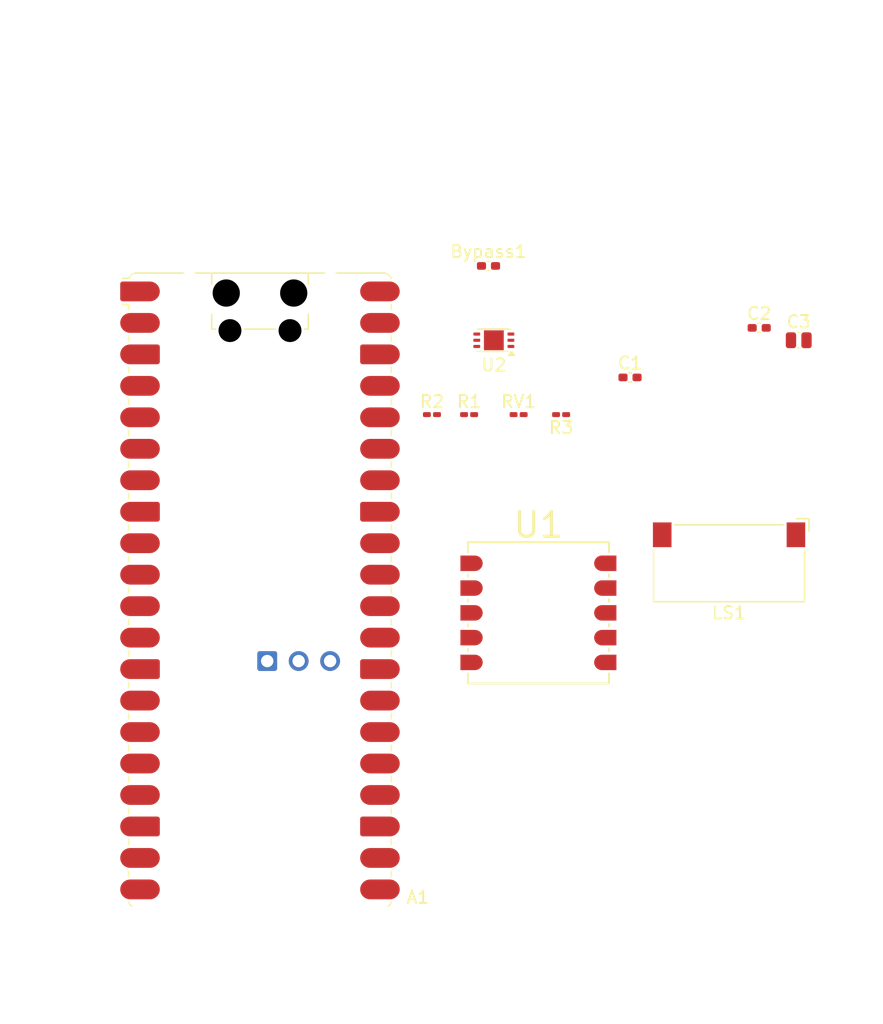
<source format=kicad_pcb>
(kicad_pcb (version 20241229) (generator "pcbnew") (generator_version "9.0")
  (layers (0 "F.Cu" signal) (2 "B.Cu" signal) (13 "F.Paste" user) (15 "B.Paste" user) (5 "F.SilkS" user "F.Silkscreen") (7 "B.SilkS" user "B.Silkscreen") (1 "F.Mask" user) (3 "B.Mask" user) (25 "Edge.Cuts" user))
  (net 0 "")
  (net 4 "Net-(A1-GPIO27_ADC1)")
  (net 8 "GND")
  (net 31 "Net-(A1-GPIO26_ADC0)")
  (net 33 "+3V3")
  (net 35 "Net-(U2-BYPASS)")
  (net 36 "Net-(C1-Pad1)")
  (net 37 "Net-(C1-Pad2)")
  (net 38 "Net-(C2-Pad2)")
  (net 39 "Net-(C2-Pad1)")
  (net 40 "Net-(C3-Pad2)")
  (net 41 "Net-(U1-LOUT)")
  (net 42 "Net-(U2-+)")
  (footprint "Buzzer_Beeper:Speaker_CUI_CMR-1206S-67" (layer "F.Cu") (at 101 90 180)
    (property "Reference" "LS1" (at 0 -4 0) (layer "F.SilkS"))
    (property "Value" "Speaker")
    (fp_line (start 6.1 -3.1) (end 6.1 1.05) (stroke (width 0.12)) (layer "F.SilkS"))
    (fp_line (start 4.4 3.1) (end -4.4 3.1) (stroke (width 0.12)) (layer "F.SilkS"))
    (fp_line (start -6.1 1.05) (end -6.1 -3.1) (stroke (width 0.12)) (layer "F.SilkS"))
    (fp_line (start -6.1 -3.1) (end 6.1 -3.1) (stroke (width 0.12)) (layer "F.SilkS"))
    (fp_line (start -6.45 3.6) (end -5.45 3.6) (stroke (width 0.12)) (layer "F.SilkS"))
    (fp_line (start -6.45 2.6) (end -6.45 3.6) (stroke (width 0.12)) (layer "F.SilkS"))
    (pad "1" smd rect (at -5.4 2.3) (size 1.5 2) (layers "F.Cu" "F.Mask") (net 40 "Net-(C3-Pad2)"))
    (pad "2" smd rect (at 5.4 2.3) (size 1.5 2) (layers "F.Cu" "F.Mask") (net 8 "GND"))
  )
  (footprint "Resistor_SMD:R_0201_0603Metric_Pad0.64x0.40mm_HandSolder" (layer "F.Cu") (at 77 78)
    (property "Reference" "R2" (at 0 -1.05 0) (layer "F.SilkS"))
    (property "Value" "2k")
    (pad "1" smd roundrect (at -0.4075 0) (size 0.635 0.4) (layers "F.Cu" "F.Mask") (net 33 "+3V3"))
    (pad "2" smd roundrect (at 0.4075 0) (size 0.635 0.4) (layers "F.Cu" "F.Mask") (net 4 "Net-(A1-GPIO27_ADC1)"))
  )
  (footprint "Resistor_SMD:R_0201_0603Metric_Pad0.64x0.40mm_HandSolder" (layer "F.Cu") (at 80 78)
    (property "Reference" "R1" (at 0 -1.05 0) (layer "F.SilkS"))
    (property "Value" "2k")
    (pad "1" smd roundrect (at -0.4075 0) (size 0.635 0.4) (layers "F.Cu" "F.Mask") (net 33 "+3V3"))
    (pad "2" smd roundrect (at 0.4075 0) (size 0.635 0.4) (layers "F.Cu" "F.Mask") (net 31 "Net-(A1-GPIO26_ADC0)"))
  )
  (footprint "Capacitor_SMD:C_0402_1005Metric_Pad0.74x0.62mm_HandSolder" (layer "F.Cu") (at 103.4325 71)
    (property "Reference" "C2" (at 0 -1.16 0) (layer "F.SilkS"))
    (property "Value" "10uF")
    (fp_line (start -0.115835 -0.36) (end 0.115835 -0.36) (stroke (width 0.12)) (layer "F.SilkS"))
    (fp_line (start -0.115835 0.36) (end 0.115835 0.36) (stroke (width 0.12)) (layer "F.SilkS"))
    (pad "1" smd roundrect (at -0.5675 0) (size 0.735 0.62) (layers "F.Cu" "F.Mask" "F.Paste") (net 39 "Net-(C2-Pad1)"))
    (pad "2" smd roundrect (at 0.5675 0) (size 0.735 0.62) (layers "F.Cu" "F.Mask" "F.Paste") (net 38 "Net-(C2-Pad2)"))
  )
  (footprint "Resistor_SMD:R_0201_0603Metric_Pad0.64x0.40mm_HandSolder" (layer "F.Cu") (at 84 78)
    (property "Reference" "RV1" (at 0 -1.05 0) (layer "F.SilkS"))
    (property "Value" "10K")
    (pad "1" smd roundrect (at -0.4075 0) (size 0.635 0.4) (layers "F.Cu" "F.Mask") (net 41 "Net-(U1-LOUT)"))
    (pad "2" smd roundrect (at 0.4075 0) (size 0.635 0.4) (layers "F.Cu" "F.Mask") (net 42 "Net-(U2-+)"))
  )
  (footprint "Package_TO_SOT_SMD:HVSOF6" (layer "F.Cu") (at 82 72 180)
    (property "Reference" "U2" (at 0 -2 0) (layer "F.SilkS"))
    (property "Value" "LM386")
    (fp_line (start -1.09 -0.9) (end 1.3 -0.9) (stroke (width 0.12)) (layer "F.SilkS"))
    (fp_line (start -1.3 0.9) (end 1.3 0.9) (stroke (width 0.12)) (layer "F.SilkS"))
    (fp_poly (pts (xy -1.43 -0.89) (xy -1.19 -1.22) (xy -1.67 -1.22) (xy -1.43 -0.89)) (stroke (width 0.12)) (fill yes) (layer "F.SilkS"))
    (pad "1" smd roundrect (at -1.38 -0.5 90) (size 0.25 0.55) (layers "F.Cu" "F.Mask" "F.Paste") (net 39 "Net-(C2-Pad1)"))
    (pad "2" smd roundrect (at -1.38 0 90) (size 0.25 0.55) (layers "F.Cu" "F.Mask" "F.Paste") (net 8 "GND"))
    (pad "3" smd roundrect (at -1.38 0.5 90) (size 0.25 0.55) (layers "F.Cu" "F.Mask" "F.Paste") (net 42 "Net-(U2-+)"))
    (pad "4" smd roundrect (at 1.38 0.5 90) (size 0.25 0.55) (layers "F.Cu" "F.Mask" "F.Paste") (net 8 "GND"))
    (pad "5" smd roundrect (at 1.38 0 90) (size 0.25 0.55) (layers "F.Cu" "F.Mask" "F.Paste") (net 36 "Net-(C1-Pad1)"))
    (pad "6" smd roundrect (at 1.38 -0.5 90) (size 0.25 0.55) (layers "F.Cu" "F.Mask" "F.Paste") (net 33 "+3V3"))
    (pad "7" smd rect (at 0 0 180) (size 1.6 1.6) (layers "F.Cu" "F.Mask" "F.Paste") (net 35 "Net-(U2-BYPASS)"))
  )
  (footprint "Capacitor_SMD:C_0504_1310Metric_Pad0.83x1.28mm_HandSolder" (layer "F.Cu") (at 106.6275 72)
    (property "Reference" "C3" (at 0 -1.49 0) (layer "F.SilkS"))
    (property "Value" "250uF")
    (fp_line (start -0.101969 -0.62) (end 0.101969 -0.62) (stroke (width 0.12)) (layer "F.SilkS"))
    (fp_line (start -0.101969 0.62) (end 0.101969 0.62) (stroke (width 0.12)) (layer "F.SilkS"))
    (pad "1" smd roundrect (at -0.6275 0) (size 0.835 1.28) (layers "F.Cu" "F.Mask" "F.Paste") (net 36 "Net-(C1-Pad1)"))
    (pad "2" smd roundrect (at 0.6275 0) (size 0.835 1.28) (layers "F.Cu" "F.Mask" "F.Paste") (net 40 "Net-(C3-Pad2)"))
  )
  (footprint "Capacitor_SMD:C_0402_1005Metric_Pad0.74x0.62mm_HandSolder" (layer "F.Cu") (at 93 75)
    (property "Reference" "C1" (at 0 -1.16 0) (layer "F.SilkS"))
    (property "Value" "0.05uF")
    (fp_line (start -0.115835 -0.36) (end 0.115835 -0.36) (stroke (width 0.12)) (layer "F.SilkS"))
    (fp_line (start -0.115835 0.36) (end 0.115835 0.36) (stroke (width 0.12)) (layer "F.SilkS"))
    (pad "1" smd roundrect (at -0.5675 0) (size 0.735 0.62) (layers "F.Cu" "F.Mask" "F.Paste") (net 36 "Net-(C1-Pad1)"))
    (pad "2" smd roundrect (at 0.5675 0) (size 0.735 0.62) (layers "F.Cu" "F.Mask" "F.Paste") (net 37 "Net-(C1-Pad2)"))
  )
  (footprint "Capacitor_SMD:C_0402_1005Metric_Pad0.74x0.62mm_HandSolder" (layer "F.Cu") (at 81.5675 66)
    (property "Reference" "Bypass1" (at 0 -1.16 0) (layer "F.SilkS"))
    (property "Value" "0.1uF - 160mF")
    (fp_line (start -0.115835 -0.36) (end 0.115835 -0.36) (stroke (width 0.12)) (layer "F.SilkS"))
    (fp_line (start -0.115835 0.36) (end 0.115835 0.36) (stroke (width 0.12)) (layer "F.SilkS"))
    (pad "1" smd roundrect (at -0.5675 0) (size 0.735 0.62) (layers "F.Cu" "F.Mask" "F.Paste") (net 8 "GND"))
    (pad "2" smd roundrect (at 0.5675 0) (size 0.735 0.62) (layers "F.Cu" "F.Mask" "F.Paste") (net 35 "Net-(U2-BYPASS)"))
  )
  (footprint "ECE 299:RDA5807M_Module_SM" (layer "F.Cu") (at 85.6 94)
    (property "Reference" "U1" (at 0 -7.1 0) (layer "F.SilkS") (effects (font (size 2 2) (thickness 0.25))))
    (property "Value" "RDA5807M_Module")
    (fp_line (start -5.7 -5.7) (end -5.7 -4.9) (stroke (width 0.15)) (layer "F.SilkS"))
    (fp_line (start -5.7 -5.7) (end 5.7 -5.7) (stroke (width 0.15)) (layer "F.SilkS"))
    (fp_line (start -5.7 -3.1) (end -5.7 -2.9) (stroke (width 0.15)) (layer "F.SilkS"))
    (fp_line (start -5.7 -1.1) (end -5.7 -0.9) (stroke (width 0.15)) (layer "F.SilkS"))
    (fp_line (start -5.7 0.9) (end -5.7 1.1) (stroke (width 0.15)) (layer "F.SilkS"))
    (fp_line (start -5.7 2.9) (end -5.7 3.1) (stroke (width 0.15)) (layer "F.SilkS"))
    (fp_line (start -5.7 4.9) (end -5.7 5.7) (stroke (width 0.15)) (layer "F.SilkS"))
    (fp_line (start -5.7 5.7) (end 5.7 5.7) (stroke (width 0.15)) (layer "F.SilkS"))
    (fp_line (start 5.7 -5.7) (end 5.7 -4.9) (stroke (width 0.15)) (layer "F.SilkS"))
    (fp_line (start 5.7 -3.1) (end 5.7 -2.9) (stroke (width 0.15)) (layer "F.SilkS"))
    (fp_line (start 5.7 -1.1) (end 5.7 -0.9) (stroke (width 0.15)) (layer "F.SilkS"))
    (fp_line (start 5.7 0.9) (end 5.7 1.1) (stroke (width 0.15)) (layer "F.SilkS"))
    (fp_line (start 5.7 2.9) (end 5.7 3.1) (stroke (width 0.15)) (layer "F.SilkS"))
    (fp_line (start 5.7 4.9) (end 5.7 5.7) (stroke (width 0.15)) (layer "F.SilkS"))
    (pad "1" smd roundrect (at -5.4 -4) (size 1.8 1.25) (layers "F.Cu" "F.Mask" "F.Paste") (roundrect_rratio 0.5) (chamfer_ratio 0) (chamfer top_left bottom_left) (net 31 "Net-(A1-GPIO26_ADC0)"))
    (pad "2" smd roundrect (at -5.4 -2) (size 1.8 1.25) (layers "F.Cu" "F.Mask" "F.Paste") (roundrect_rratio 0.5) (chamfer_ratio 0) (chamfer top_left bottom_left) (net 4 "Net-(A1-GPIO27_ADC1)"))
    (pad "3" smd roundrect (at -5.4 0) (size 1.8 1.25) (layers "F.Cu" "F.Mask" "F.Paste") (roundrect_rratio 0.5) (chamfer_ratio 0) (chamfer top_left bottom_left))
    (pad "4" smd roundrect (at -5.4 2) (size 1.8 1.25) (layers "F.Cu" "F.Mask" "F.Paste") (roundrect_rratio 0.5) (chamfer_ratio 0) (chamfer top_left bottom_left))
    (pad "5" smd roundrect (at -5.4 4) (size 1.8 1.25) (layers "F.Cu" "F.Mask" "F.Paste") (roundrect_rratio 0.5) (chamfer_ratio 0) (chamfer top_left bottom_left) (net 33 "+3V3"))
    (pad "6" smd roundrect (at 5.4 4 180) (size 1.8 1.25) (layers "F.Cu" "F.Mask" "F.Paste") (roundrect_rratio 0.5) (chamfer_ratio 0) (chamfer top_left bottom_left) (net 8 "GND"))
    (pad "7" smd roundrect (at 5.4 2 180) (size 1.8 1.25) (layers "F.Cu" "F.Mask" "F.Paste") (roundrect_rratio 0.5) (chamfer_ratio 0) (chamfer top_left bottom_left))
    (pad "8" smd roundrect (at 5.4 0 180) (size 1.8 1.25) (layers "F.Cu" "F.Mask" "F.Paste") (roundrect_rratio 0.5) (chamfer_ratio 0) (chamfer top_left bottom_left) (net 41 "Net-(U1-LOUT)"))
    (pad "9" smd roundrect (at 5.4 -2 180) (size 1.8 1.25) (layers "F.Cu" "F.Mask" "F.Paste") (roundrect_rratio 0.5) (chamfer_ratio 0) (chamfer top_left bottom_left))
    (pad "10" smd roundrect (at 5.4 -4 180) (size 1.8 1.25) (layers "F.Cu" "F.Mask" "F.Paste") (roundrect_rratio 0.5) (chamfer_ratio 0) (chamfer top_left bottom_left))
  )
  (footprint "Resistor_SMD:R_0201_0603Metric_Pad0.64x0.40mm_HandSolder" (layer "F.Cu") (at 87.4325 78 180)
    (property "Reference" "R3" (at 0 -1.05 0) (layer "F.SilkS"))
    (property "Value" "10")
    (pad "1" smd roundrect (at -0.4075 0 180) (size 0.635 0.4) (layers "F.Cu" "F.Mask") (net 37 "Net-(C1-Pad2)"))
    (pad "2" smd roundrect (at 0.4075 0 180) (size 0.635 0.4) (layers "F.Cu" "F.Mask") (net 8 "GND"))
  )
  (footprint "Module:RaspberryPi_Pico_W_SMD_HandSolder" (layer "F.Cu") (at 63.11 92.19)
    (property "Reference" "A1" (at 11.7475 24.765 0) (layer "F.SilkS") (effects (justify left)))
    (property "Value" "RaspberryPi_Pico_W")
    (fp_line (start -10.61 -23.07) (end -11.09 -23.07) (stroke (width 0.12)) (layer "F.SilkS"))
    (fp_line (start -10.61 -23.07) (end -10.61 -22.65) (stroke (width 0.12)) (layer "F.SilkS"))
    (fp_line (start -10.61 -20.53) (end -10.61 -20.11) (stroke (width 0.12)) (layer "F.SilkS"))
    (fp_line (start -10.61 -17.99) (end -10.61 -17.57) (stroke (width 0.12)) (layer "F.SilkS"))
    (fp_line (start -10.61 -15.45) (end -10.61 -15.03) (stroke (width 0.12)) (layer "F.SilkS"))
    (fp_line (start -10.61 -12.91) (end -10.61 -12.49) (stroke (width 0.12)) (layer "F.SilkS"))
    (fp_line (start -10.61 -10.37) (end -10.61 -9.95) (stroke (width 0.12)) (layer "F.SilkS"))
    (fp_line (start -10.61 -7.83) (end -10.61 -7.41) (stroke (width 0.12)) (layer "F.SilkS"))
    (fp_line (start -10.61 -5.29) (end -10.61 -4.87) (stroke (width 0.12)) (layer "F.SilkS"))
    (fp_line (start -10.61 -2.75) (end -10.61 -2.33) (stroke (width 0.12)) (layer "F.SilkS"))
    (fp_line (start -10.61 -0.21) (end -10.61 0.21) (stroke (width 0.12)) (layer "F.SilkS"))
    (fp_line (start -10.61 2.33) (end -10.61 2.75) (stroke (width 0.12)) (layer "F.SilkS"))
    (fp_line (start -10.61 4.87) (end -10.61 5.29) (stroke (width 0.12)) (layer "F.SilkS"))
    (fp_line (start -10.61 7.41) (end -10.61 7.83) (stroke (width 0.12)) (layer "F.SilkS"))
    (fp_line (start -10.61 9.95) (end -10.61 10.37) (stroke (width 0.12)) (layer "F.SilkS"))
    (fp_line (start -10.61 12.49) (end -10.61 12.91) (stroke (width 0.12)) (layer "F.SilkS"))
    (fp_line (start -10.61 15.03) (end -10.61 15.45) (stroke (width 0.12)) (layer "F.SilkS"))
    (fp_line (start -10.61 17.57) (end -10.61 17.99) (stroke (width 0.12)) (layer "F.SilkS"))
    (fp_line (start -10.61 20.11) (end -10.61 20.53) (stroke (width 0.12)) (layer "F.SilkS"))
    (fp_line (start -10.61 22.65) (end -10.61 23.07) (stroke (width 0.12)) (layer "F.SilkS"))
    (fp_line (start -10.579676 -25.19) (end -11.09 -25.19) (stroke (width 0.12)) (layer "F.SilkS"))
    (fp_line (start -10 -25.61) (end -7.51 -25.61) (stroke (width 0.12)) (layer "F.SilkS"))
    (fp_line (start -7.51 -25.61) (end -6.16206 -25.61) (stroke (width 0.12)) (layer "F.SilkS"))
    (fp_line (start -5.237939 -25.61) (end -4.235 -25.61) (stroke (width 0.12)) (layer "F.SilkS"))
    (fp_line (start -4.235 -25.61) (end 4.235 -25.61) (stroke (width 0.12)) (layer "F.SilkS"))
    (fp_line (start -3.9 -25.61) (end -3.9 -24.694) (stroke (width 0.12)) (layer "F.SilkS"))
    (fp_line (start -3.9 -22.306) (end -3.9 -21.09) (stroke (width 0.12)) (layer "F.SilkS"))
    (fp_line (start -3.9 -21.09) (end -3.60391 -21.09) (stroke (width 0.12)) (layer "F.SilkS"))
    (fp_line (start -1.24609 -21.09) (end 1.24609 -21.09) (stroke (width 0.12)) (layer "F.SilkS"))
    (fp_line (start 3.60391 -21.09) (end 3.9 -21.09) (stroke (width 0.12)) (layer "F.SilkS"))
    (fp_line (start 3.9 -25.61) (end 3.9 -24.694) (stroke (width 0.12)) (layer "F.SilkS"))
    (fp_line (start 3.9 -22.306) (end 3.9 -21.09) (stroke (width 0.12)) (layer "F.SilkS"))
    (fp_line (start 4.235 -25.61) (end 5.237939 -25.61) (stroke (width 0.12)) (layer "F.SilkS"))
    (fp_line (start 6.162061 -25.61) (end 7.51 -25.61) (stroke (width 0.12)) (layer "F.SilkS"))
    (fp_line (start 10 -25.61) (end 7.51 -25.61) (stroke (width 0.12)) (layer "F.SilkS"))
    (fp_line (start 10.61 -23.07) (end 10.61 -22.65) (stroke (width 0.12)) (layer "F.SilkS"))
    (fp_line (start 10.61 -20.53) (end 10.61 -20.11) (stroke (width 0.12)) (layer "F.SilkS"))
    (fp_line (start 10.61 -17.99) (end 10.61 -17.57) (stroke (width 0.12)) (layer "F.SilkS"))
    (fp_line (start 10.61 -15.45) (end 10.61 -15.03) (stroke (width 0.12)) (layer "F.SilkS"))
    (fp_line (start 10.61 -12.91) (end 10.61 -12.49) (stroke (width 0.12)) (layer "F.SilkS"))
    (fp_line (start 10.61 -10.37) (end 10.61 -9.95) (stroke (width 0.12)) (layer "F.SilkS"))
    (fp_line (start 10.61 -7.83) (end 10.61 -7.41) (stroke (width 0.12)) (layer "F.SilkS"))
    (fp_line (start 10.61 -5.29) (end 10.61 -4.87) (stroke (width 0.12)) (layer "F.SilkS"))
    (fp_line (start 10.61 -2.75) (end 10.61 -2.33) (stroke (width 0.12)) (layer "F.SilkS"))
    (fp_line (start 10.61 -0.21) (end 10.61 0.21) (stroke (width 0.12)) (layer "F.SilkS"))
    (fp_line (start 10.61 2.33) (end 10.61 2.75) (stroke (width 0.12)) (layer "F.SilkS"))
    (fp_line (start 10.61 4.87) (end 10.61 5.29) (stroke (width 0.12)) (layer "F.SilkS"))
    (fp_line (start 10.61 7.41) (end 10.61 7.83) (stroke (width 0.12)) (layer "F.SilkS"))
    (fp_line (start 10.61 9.95) (end 10.61 10.37) (stroke (width 0.12)) (layer "F.SilkS"))
    (fp_line (start 10.61 12.49) (end 10.61 12.91) (stroke (width 0.12)) (layer "F.SilkS"))
    (fp_line (start 10.61 15.03) (end 10.61 15.45) (stroke (width 0.12)) (layer "F.SilkS"))
    (fp_line (start 10.61 17.57) (end 10.61 17.99) (stroke (width 0.12)) (layer "F.SilkS"))
    (fp_line (start 10.61 20.11) (end 10.61 20.53) (stroke (width 0.12)) (layer "F.SilkS"))
    (fp_line (start 10.61 22.65) (end 10.61 23.07) (stroke (width 0.12)) (layer "F.SilkS"))
    (fp_arc (start -10.579676 -25.19) (mid -10.357938 -25.493944) (end -10 -25.61) (stroke (width 0.12)) (layer "F.SilkS"))
    (fp_arc (start -10.363318 25.49) (mid -10.494791 25.356765) (end -10.579676 25.189937) (stroke (width 0.12)) (layer "F.SilkS"))
    (fp_arc (start 10 -25.61) (mid 10.357937 -25.493944) (end 10.579676 -25.189937) (stroke (width 0.12)) (layer "F.SilkS"))
    (fp_arc (start 10.579676 25.189937) (mid 10.494803 25.356773) (end 10.363318 25.49) (stroke (width 0.12)) (layer "F.SilkS"))
    (pad "" smd rect (at -8.89 -24.13) (size 3.8 2.2) (drill (offset -0.8 0)) (layers "F.Paste"))
    (pad "" smd rect (at -8.89 -21.59) (size 3.8 2.2) (drill (offset -0.8 0)) (layers "F.Paste"))
    (pad "" smd rect (at -8.89 -19.05) (size 3.8 2.2) (drill (offset -0.8 0)) (layers "F.Paste"))
    (pad "" smd rect (at -8.89 -16.51) (size 3.8 2.2) (drill (offset -0.8 0)) (layers "F.Paste"))
    (pad "" smd rect (at -8.89 -13.97) (size 3.8 2.2) (drill (offset -0.8 0)) (layers "F.Paste"))
    (pad "" smd rect (at -8.89 -11.43) (size 3.8 2.2) (drill (offset -0.8 0)) (layers "F.Paste"))
    (pad "" smd rect (at -8.89 -8.89) (size 3.8 2.2) (drill (offset -0.8 0)) (layers "F.Paste"))
    (pad "" smd rect (at -8.89 -6.35) (size 3.8 2.2) (drill (offset -0.8 0)) (layers "F.Paste"))
    (pad "" smd rect (at -8.89 -3.81) (size 3.8 2.2) (drill (offset -0.8 0)) (layers "F.Paste"))
    (pad "" smd rect (at -8.89 -1.27) (size 3.8 2.2) (drill (offset -0.8 0)) (layers "F.Paste"))
    (pad "" smd rect (at -8.89 1.27) (size 3.8 2.2) (drill (offset -0.8 0)) (layers "F.Paste"))
    (pad "" smd rect (at -8.89 3.81) (size 3.8 2.2) (drill (offset -0.8 0)) (layers "F.Paste"))
    (pad "" smd rect (at -8.89 6.35) (size 3.8 2.2) (drill (offset -0.8 0)) (layers "F.Paste"))
    (pad "" smd rect (at -8.89 8.89) (size 3.8 2.2) (drill (offset -0.8 0)) (layers "F.Paste"))
    (pad "" smd rect (at -8.89 11.43) (size 3.8 2.2) (drill (offset -0.8 0)) (layers "F.Paste"))
    (pad "" smd rect (at -8.89 13.97) (size 3.8 2.2) (drill (offset -0.8 0)) (layers "F.Paste"))
    (pad "" smd rect (at -8.89 16.51) (size 3.8 2.2) (drill (offset -0.8 0)) (layers "F.Paste"))
    (pad "" smd rect (at -8.89 19.05) (size 3.8 2.2) (drill (offset -0.8 0)) (layers "F.Paste"))
    (pad "" smd rect (at -8.89 21.59) (size 3.8 2.2) (drill (offset -0.8 0)) (layers "F.Paste"))
    (pad "" smd rect (at -8.89 24.13) (size 3.8 2.2) (drill (offset -0.8 0)) (layers "F.Paste"))
    (pad "" np_thru_hole circle (at -2.725 -24) (size 2.2 2.2) (drill 2.2) (layers "*.Mask"))
    (pad "" np_thru_hole circle (at -2.425 -20.97) (size 1.85 1.85) (drill 1.85) (layers "*.Mask"))
    (pad "" np_thru_hole circle (at 2.425 -20.97) (size 1.85 1.85) (drill 1.85) (layers "*.Mask"))
    (pad "" np_thru_hole circle (at 2.725 -24) (size 2.2 2.2) (drill 2.2) (layers "*.Mask"))
    (pad "" smd rect (at 8.89 -24.13) (size 3.8 2.2) (drill (offset 0.8 0)) (layers "F.Paste"))
    (pad "" smd rect (at 8.89 -21.59) (size 3.8 2.2) (drill (offset 0.8 0)) (layers "F.Paste"))
    (pad "" smd rect (at 8.89 -19.05) (size 3.8 2.2) (drill (offset 0.8 0)) (layers "F.Paste"))
    (pad "" smd rect (at 8.89 -16.51) (size 3.8 2.2) (drill (offset 0.8 0)) (layers "F.Paste"))
    (pad "" smd rect (at 8.89 -13.97) (size 3.8 2.2) (drill (offset 0.8 0)) (layers "F.Paste"))
    (pad "" smd rect (at 8.89 -11.43) (size 3.8 2.2) (drill (offset 0.8 0)) (layers "F.Paste"))
    (pad "" smd rect (at 8.89 -8.89) (size 3.8 2.2) (drill (offset 0.8 0)) (layers "F.Paste"))
    (pad "" smd rect (at 8.89 -6.35) (size 3.8 2.2) (drill (offset 0.8 0)) (layers "F.Paste"))
    (pad "" smd rect (at 8.89 -3.81) (size 3.8 2.2) (drill (offset 0.8 0)) (layers "F.Paste"))
    (pad "" smd rect (at 8.89 -1.27) (size 3.8 2.2) (drill (offset 0.8 0)) (layers "F.Paste"))
    (pad "" smd rect (at 8.89 1.27) (size 3.8 2.2) (drill (offset 0.8 0)) (layers "F.Paste"))
    (pad "" smd rect (at 8.89 3.81) (size 3.8 2.2) (drill (offset 0.8 0)) (layers "F.Paste"))
    (pad "" smd rect (at 8.89 6.35) (size 3.8 2.2) (drill (offset 0.8 0)) (layers "F.Paste"))
    (pad "" smd rect (at 8.89 8.89) (size 3.8 2.2) (drill (offset 0.8 0)) (layers "F.Paste"))
    (pad "" smd rect (at 8.89 11.43) (size 3.8 2.2) (drill (offset 0.8 0)) (layers "F.Paste"))
    (pad "" smd rect (at 8.89 13.97) (size 3.8 2.2) (drill (offset 0.8 0)) (layers "F.Paste"))
    (pad "" smd rect (at 8.89 16.51) (size 3.8 2.2) (drill (offset 0.8 0)) (layers "F.Paste"))
    (pad "" smd rect (at 8.89 19.05) (size 3.8 2.2) (drill (offset 0.8 0)) (layers "F.Paste"))
    (pad "" smd rect (at 8.89 21.59) (size 3.8 2.2) (drill (offset 0.8 0)) (layers "F.Paste"))
    (pad "" smd rect (at 8.89 24.13) (size 3.8 2.2) (drill (offset 0.8 0)) (layers "F.Paste"))
    (pad "1" smd custom (at -9.69 -24.13) (size 1.6 0.8) (layers "F.Cu" "F.Mask") (options (clearance outline) (anchor rect)) (primitives (gr_circle (center 0.8 0) (end 1.6 0) (width 0) (fill yes)) (gr_poly (pts (xy -1.6 -0.6) (xy -1.6 0.6) (xy -1.4 0.8) (xy 0.8 0.8) (xy 0.8 -0.8) (xy -1.4 -0.8)) (width 0) (fill yes)) (gr_circle (center -1.4 -0.6) (end -1.2 -0.6) (width 0) (fill yes)) (gr_circle (center -1.4 0.6) (end -1.2 0.6) (width 0) (fill yes))))
    (pad "2" smd roundrect (at -9.69 -21.59) (size 3.2 1.6) (layers "F.Cu" "F.Mask") (roundrect_rratio 0.5))
    (pad "3" smd custom (at -9.69 -19.05) (size 1.6 0.8) (layers "F.Cu" "F.Mask") (net 8 "GND") (options (clearance outline) (anchor rect)) (primitives (gr_circle (center -0.8 0) (end 0 0) (width 0) (fill yes)) (gr_poly (pts (xy 1.6 -0.6) (xy 1.6 0.6) (xy 1.4 0.8) (xy -0.8 0.8) (xy -0.8 -0.8) (xy 1.4 -0.8)) (width 0) (fill yes)) (gr_circle (center 1.4 -0.6) (end 1.6 -0.6) (width 0) (fill yes)) (gr_circle (center 1.4 0.6) (end 1.6 0.6) (width 0) (fill yes))))
    (pad "4" smd roundrect (at -9.69 -16.51) (size 3.2 1.6) (layers "F.Cu" "F.Mask") (roundrect_rratio 0.5))
    (pad "5" smd roundrect (at -9.69 -13.97) (size 3.2 1.6) (layers "F.Cu" "F.Mask") (roundrect_rratio 0.5))
    (pad "6" smd roundrect (at -9.69 -11.43) (size 3.2 1.6) (layers "F.Cu" "F.Mask") (roundrect_rratio 0.5))
    (pad "7" smd roundrect (at -9.69 -8.89) (size 3.2 1.6) (layers "F.Cu" "F.Mask") (roundrect_rratio 0.5))
    (pad "8" smd custom (at -9.69 -6.35) (size 1.6 0.8) (layers "F.Cu" "F.Mask") (net 8 "GND") (options (clearance outline) (anchor rect)) (primitives (gr_circle (center -0.8 0) (end 0 0) (width 0) (fill yes)) (gr_poly (pts (xy 1.6 -0.6) (xy 1.6 0.6) (xy 1.4 0.8) (xy -0.8 0.8) (xy -0.8 -0.8) (xy 1.4 -0.8)) (width 0) (fill yes)) (gr_circle (center 1.4 -0.6) (end 1.6 -0.6) (width 0) (fill yes)) (gr_circle (center 1.4 0.6) (end 1.6 0.6) (width 0) (fill yes))))
    (pad "9" smd roundrect (at -9.69 -3.81) (size 3.2 1.6) (layers "F.Cu" "F.Mask") (roundrect_rratio 0.5))
    (pad "10" smd roundrect (at -9.69 -1.27) (size 3.2 1.6) (layers "F.Cu" "F.Mask") (roundrect_rratio 0.5))
    (pad "11" smd roundrect (at -9.69 1.27) (size 3.2 1.6) (layers "F.Cu" "F.Mask") (roundrect_rratio 0.5))
    (pad "12" smd roundrect (at -9.69 3.81) (size 3.2 1.6) (layers "F.Cu" "F.Mask") (roundrect_rratio 0.5))
    (pad "13" smd custom (at -9.69 6.35) (size 1.6 0.8) (layers "F.Cu" "F.Mask") (net 8 "GND") (options (clearance outline) (anchor rect)) (primitives (gr_circle (center -0.8 0) (end 0 0) (width 0) (fill yes)) (gr_poly (pts (xy 1.6 -0.6) (xy 1.6 0.6) (xy 1.4 0.8) (xy -0.8 0.8) (xy -0.8 -0.8) (xy 1.4 -0.8)) (width 0) (fill yes)) (gr_circle (center 1.4 -0.6) (end 1.6 -0.6) (width 0) (fill yes)) (gr_circle (center 1.4 0.6) (end 1.6 0.6) (width 0) (fill yes))))
    (pad "14" smd roundrect (at -9.69 8.89) (size 3.2 1.6) (layers "F.Cu" "F.Mask") (roundrect_rratio 0.5))
    (pad "15" smd roundrect (at -9.69 11.43) (size 3.2 1.6) (layers "F.Cu" "F.Mask") (roundrect_rratio 0.5))
    (pad "16" smd roundrect (at -9.69 13.97) (size 3.2 1.6) (layers "F.Cu" "F.Mask") (roundrect_rratio 0.5))
    (pad "17" smd roundrect (at -9.69 16.51) (size 3.2 1.6) (layers "F.Cu" "F.Mask") (roundrect_rratio 0.5))
    (pad "18" smd custom (at -9.69 19.05) (size 1.6 0.8) (layers "F.Cu" "F.Mask") (net 8 "GND") (options (clearance outline) (anchor rect)) (primitives (gr_circle (center -0.8 0) (end 0 0) (width 0) (fill yes)) (gr_poly (pts (xy 1.6 -0.6) (xy 1.6 0.6) (xy 1.4 0.8) (xy -0.8 0.8) (xy -0.8 -0.8) (xy 1.4 -0.8)) (width 0) (fill yes)) (gr_circle (center 1.4 -0.6) (end 1.6 -0.6) (width 0) (fill yes)) (gr_circle (center 1.4 0.6) (end 1.6 0.6) (width 0) (fill yes))))
    (pad "19" smd roundrect (at -9.69 21.59) (size 3.2 1.6) (layers "F.Cu" "F.Mask") (roundrect_rratio 0.5))
    (pad "20" smd roundrect (at -9.69 24.13) (size 3.2 1.6) (layers "F.Cu" "F.Mask") (roundrect_rratio 0.5))
    (pad "21" smd roundrect (at 9.69 24.13) (size 3.2 1.6) (layers "F.Cu" "F.Mask") (roundrect_rratio 0.5))
    (pad "22" smd roundrect (at 9.69 21.59) (size 3.2 1.6) (layers "F.Cu" "F.Mask") (roundrect_rratio 0.5))
    (pad "23" smd custom (at 9.69 19.05) (size 1.6 0.8) (layers "F.Cu" "F.Mask") (net 8 "GND") (options (clearance outline) (anchor rect)) (primitives (gr_circle (center 0.8 0) (end 1.6 0) (width 0) (fill yes)) (gr_poly (pts (xy -1.6 -0.6) (xy -1.6 0.6) (xy -1.4 0.8) (xy 0.8 0.8) (xy 0.8 -0.8) (xy -1.4 -0.8)) (width 0) (fill yes)) (gr_circle (center -1.4 -0.6) (end -1.2 -0.6) (width 0) (fill yes)) (gr_circle (center -1.4 0.6) (end -1.2 0.6) (width 0) (fill yes))))
    (pad "24" smd roundrect (at 9.69 16.51) (size 3.2 1.6) (layers "F.Cu" "F.Mask") (roundrect_rratio 0.5))
    (pad "25" smd roundrect (at 9.69 13.97) (size 3.2 1.6) (layers "F.Cu" "F.Mask") (roundrect_rratio 0.5))
    (pad "26" smd roundrect (at 9.69 11.43) (size 3.2 1.6) (layers "F.Cu" "F.Mask") (roundrect_rratio 0.5))
    (pad "27" smd roundrect (at 9.69 8.89) (size 3.2 1.6) (layers "F.Cu" "F.Mask") (roundrect_rratio 0.5))
    (pad "28" smd custom (at 9.69 6.35) (size 1.6 0.8) (layers "F.Cu" "F.Mask") (net 8 "GND") (options (clearance outline) (anchor rect)) (primitives (gr_circle (center 0.8 0) (end 1.6 0) (width 0) (fill yes)) (gr_poly (pts (xy -1.6 -0.6) (xy -1.6 0.6) (xy -1.4 0.8) (xy 0.8 0.8) (xy 0.8 -0.8) (xy -1.4 -0.8)) (width 0) (fill yes)) (gr_circle (center -1.4 -0.6) (end -1.2 -0.6) (width 0) (fill yes)) (gr_circle (center -1.4 0.6) (end -1.2 0.6) (width 0) (fill yes))))
    (pad "29" smd roundrect (at 9.69 3.81) (size 3.2 1.6) (layers "F.Cu" "F.Mask") (roundrect_rratio 0.5))
    (pad "30" smd roundrect (at 9.69 1.27) (size 3.2 1.6) (layers "F.Cu" "F.Mask") (roundrect_rratio 0.5))
    (pad "31" smd roundrect (at 9.69 -1.27) (size 3.2 1.6) (layers "F.Cu" "F.Mask") (roundrect_rratio 0.5) (net 31 "Net-(A1-GPIO26_ADC0)"))
    (pad "32" smd roundrect (at 9.69 -3.81) (size 3.2 1.6) (layers "F.Cu" "F.Mask") (roundrect_rratio 0.5) (net 4 "Net-(A1-GPIO27_ADC1)"))
    (pad "33" smd custom (at 9.69 -6.35) (size 1.6 0.8) (layers "F.Cu" "F.Mask") (options (clearance outline) (anchor rect)) (primitives (gr_circle (center 0.8 0) (end 1.6 0) (width 0) (fill yes)) (gr_poly (pts (xy -1.6 -0.6) (xy -1.6 0.6) (xy -1.4 0.8) (xy 0.8 0.8) (xy 0.8 -0.8) (xy -1.4 -0.8)) (width 0) (fill yes)) (gr_circle (center -1.4 -0.6) (end -1.2 -0.6) (width 0) (fill yes)) (gr_circle (center -1.4 0.6) (end -1.2 0.6) (width 0) (fill yes))))
    (pad "34" smd roundrect (at 9.69 -8.89) (size 3.2 1.6) (layers "F.Cu" "F.Mask") (roundrect_rratio 0.5))
    (pad "35" smd roundrect (at 9.69 -11.43) (size 3.2 1.6) (layers "F.Cu" "F.Mask") (roundrect_rratio 0.5))
    (pad "36" smd roundrect (at 9.69 -13.97) (size 3.2 1.6) (layers "F.Cu" "F.Mask") (roundrect_rratio 0.5) (net 33 "+3V3"))
    (pad "37" smd roundrect (at 9.69 -16.51) (size 3.2 1.6) (layers "F.Cu" "F.Mask") (roundrect_rratio 0.5))
    (pad "38" smd custom (at 9.69 -19.05) (size 1.6 0.8) (layers "F.Cu" "F.Mask") (net 8 "GND") (options (clearance outline) (anchor rect)) (primitives (gr_circle (center 0.8 0) (end 1.6 0) (width 0) (fill yes)) (gr_poly (pts (xy -1.6 -0.6) (xy -1.6 0.6) (xy -1.4 0.8) (xy 0.8 0.8) (xy 0.8 -0.8) (xy -1.4 -0.8)) (width 0) (fill yes)) (gr_circle (center -1.4 -0.6) (end -1.2 -0.6) (width 0) (fill yes)) (gr_circle (center -1.4 0.6) (end -1.2 0.6) (width 0) (fill yes))))
    (pad "39" smd roundrect (at 9.69 -21.59) (size 3.2 1.6) (layers "F.Cu" "F.Mask") (roundrect_rratio 0.5))
    (pad "40" smd roundrect (at 9.69 -24.13) (size 3.2 1.6) (layers "F.Cu" "F.Mask") (roundrect_rratio 0.5))
    (pad "D1" thru_hole roundrect (at 0.5841 5.7) (size 1.6 1.6) (drill 1) (layers "*.Cu" "*.Mask") (roundrect_rratio 0.125))
    (pad "D2" thru_hole circle (at 3.1241 5.7) (size 1.6 1.6) (drill 1) (layers "*.Cu" "*.Mask"))
    (pad "D3" thru_hole circle (at 5.6641 5.7) (size 1.6 1.6) (drill 1) (layers "*.Cu" "*.Mask"))
  )
)
</source>
